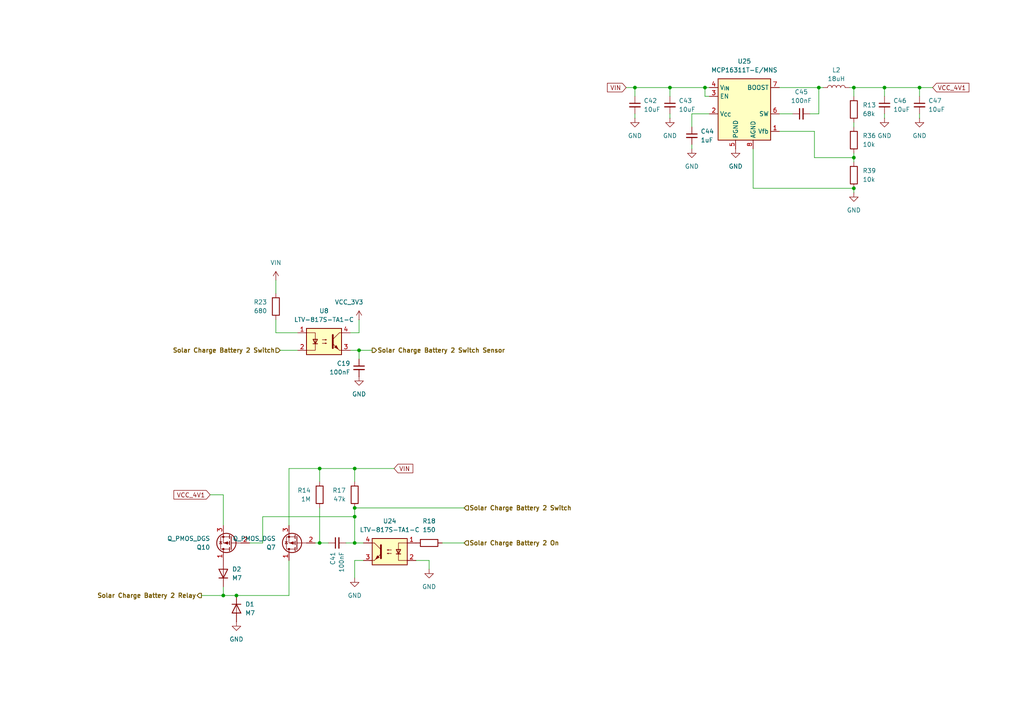
<source format=kicad_sch>
(kicad_sch (version 20250114) (generator "eeschema") (generator_version "9.0")
  (paper "A4")
  (title_block (title "Solar Charge Management") (date "2025-09-04") (rev "1.0"))
  (lib_symbols
    (symbol "Device:C_Small" (pin_numbers (hide yes)) (pin_names (offset 0.254) (hide yes))
      (property "Reference" "C" (at 0.254 1.778 0))
      (property "Value" "C_Small" (at 0.254 -2.032 0))
      (symbol "C_Small_0_1"
        (polyline (pts (xy -1.524 0.508) (xy 1.524 0.508)) (stroke (width 0.3048)))
        (polyline (pts (xy -1.524 -0.508) (xy 1.524 -0.508)) (stroke (width 0.3302)))
      )
      (symbol "C_Small_1_1"
        (pin passive line (at 0 2.54 270) (length 2.032) (name "~") (number "1"))
        (pin passive line (at 0 -2.54 90) (length 2.032) (name "~") (number "2"))
      )
    )
    (symbol "Device:L" (pin_numbers (hide yes)) (pin_names (offset 1.016) (hide yes))
      (property "Reference" "L" (at -1.27 0 90))
      (property "Value" "L" (at 1.905 0 90))
      (symbol "L_0_1"
        (arc (start 0 2.54) (mid 0.6323 1.905) (end 0 1.27))
        (arc (start 0 1.27) (mid 0.6323 0.635) (end 0 0))
        (arc (start 0 0) (mid 0.6323 -0.635) (end 0 -1.27))
        (arc (start 0 -1.27) (mid 0.6323 -1.905) (end 0 -2.54))
      )
      (symbol "L_1_1"
        (pin passive line (at 0 3.81 270) (length 1.27) (name "1") (number "1"))
        (pin passive line (at 0 -3.81 90) (length 1.27) (name "2") (number "2"))
      )
    )
    (symbol "Device:R" (pin_numbers (hide yes)) (pin_names (offset 0))
      (property "Reference" "R" (at 2.032 0 90))
      (property "Value" "R" (at 0 0 90))
      (symbol "R_0_1"
        (rectangle (start -1.016 -2.54) (end 1.016 2.54) (stroke (width 0.254)))
      )
      (symbol "R_1_1"
        (pin passive line (at 0 3.81 270) (length 1.27) (name "~") (number "1"))
        (pin passive line (at 0 -3.81 90) (length 1.27) (name "~") (number "2"))
      )
    )
    (symbol "Diode:1N4001" (pin_numbers (hide yes)) (pin_names (hide yes))
      (property "Reference" "D" (at 0 2.54 0))
      (property "Value" "1N4001" (at 0 -2.54 0))
      (symbol "1N4001_0_1"
        (polyline (pts (xy -1.27 1.27) (xy -1.27 -1.27)) (stroke (width 0.254)))
        (polyline (pts (xy 1.27 1.27) (xy 1.27 -1.27) (xy -1.27 0) (xy 1.27 1.27)) (stroke (width 0.254)))
        (polyline (pts (xy 1.27 0) (xy -1.27 0)))
      )
      (symbol "1N4001_1_1"
        (pin passive line (at -3.81 0 0) (length 2.54) (name "K") (number "1"))
        (pin passive line (at 3.81 0 180) (length 2.54) (name "A") (number "2"))
      )
    )
    (symbol "Isolator:LTV-357T" (pin_names (offset 1.016))
      (property "Reference" "U" (at -5.334 4.826 0))
      (property "Value" "LTV-357T" (at 0 5.08 0))
      (symbol "LTV-357T_0_1"
        (rectangle (start -5.08 3.81) (end 5.08 -3.81) (stroke (width 0.254)) (fill (type background)))
        (polyline (pts (xy -5.08 2.54) (xy -2.54 2.54) (xy -2.54 -0.762)))
        (polyline (pts (xy -3.175 -0.635) (xy -1.905 -0.635)) (stroke (width 0.254)))
        (polyline (pts (xy -2.54 -0.635) (xy -2.54 -2.54) (xy -5.08 -2.54)))
        (polyline (pts (xy -2.54 -0.635) (xy -3.175 0.635) (xy -1.905 0.635) (xy -2.54 -0.635)) (stroke (width 0.254)))
        (polyline (pts (xy -0.508 0.508) (xy 0.762 0.508) (xy 0.381 0.381) (xy 0.381 0.635) (xy 0.762 0.508)))
        (polyline (pts (xy -0.508 -0.508) (xy 0.762 -0.508) (xy 0.381 -0.635) (xy 0.381 -0.381) (xy 0.762 -0.508)))
        (polyline (pts (xy 2.54 1.905) (xy 2.54 -1.905)) (stroke (width 0.508)))
        (polyline (pts (xy 2.54 0.635) (xy 4.445 2.54)))
        (polyline (pts (xy 3.048 -1.651) (xy 3.556 -1.143) (xy 4.064 -2.159) (xy 3.048 -1.651)) (fill (type outline)))
        (polyline (pts (xy 4.445 2.54) (xy 5.08 2.54)))
        (polyline (pts (xy 4.445 -2.54) (xy 2.54 -0.635)) (fill (type outline)))
        (polyline (pts (xy 4.445 -2.54) (xy 5.08 -2.54)))
      )
      (symbol "LTV-357T_1_1"
        (pin passive line (at -7.62 2.54 0) (length 2.54) (name "~") (number "1"))
        (pin passive line (at -7.62 -2.54 0) (length 2.54) (name "~") (number "2"))
        (pin passive line (at 7.62 2.54 180) (length 2.54) (name "~") (number "4"))
        (pin passive line (at 7.62 -2.54 180) (length 2.54) (name "~") (number "3"))
      )
    )
    (symbol "Transistor_FET:Q_PMOS_DGS" (pin_names (offset 0) (hide yes))
      (property "Reference" "Q" (at 5.08 1.905 0))
      (property "Value" "Q_PMOS_DGS" (at 5.08 0 0))
      (symbol "Q_PMOS_DGS_0_1"
        (polyline (pts (xy 0.254 1.905) (xy 0.254 -1.905)) (stroke (width 0.254)))
        (polyline (pts (xy 0.254 0) (xy -2.54 0)))
        (polyline (pts (xy 0.762 2.286) (xy 0.762 1.27)) (stroke (width 0.254)))
        (polyline (pts (xy 0.762 1.778) (xy 3.302 1.778) (xy 3.302 -1.778) (xy 0.762 -1.778)))
        (polyline (pts (xy 0.762 0.508) (xy 0.762 -0.508)) (stroke (width 0.254)))
        (polyline (pts (xy 0.762 -1.27) (xy 0.762 -2.286)) (stroke (width 0.254)))
        (circle (center 1.651 0) (radius 2.794) (stroke (width 0.254)))
        (polyline (pts (xy 2.286 0) (xy 1.27 0.381) (xy 1.27 -0.381) (xy 2.286 0)) (fill (type outline)))
        (polyline (pts (xy 2.54 2.54) (xy 2.54 1.778)))
        (circle (center 2.54 1.778) (radius 0.254) (fill (type outline)))
        (circle (center 2.54 -1.778) (radius 0.254) (fill (type outline)))
        (polyline (pts (xy 2.54 -2.54) (xy 2.54 0) (xy 0.762 0)))
        (polyline (pts (xy 2.921 -0.381) (xy 3.683 -0.381)))
        (polyline (pts (xy 3.302 -0.381) (xy 2.921 0.254) (xy 3.683 0.254) (xy 3.302 -0.381)))
      )
      (symbol "Q_PMOS_DGS_1_1"
        (pin input line (at -5.08 0 0) (length 2.54) (name "G") (number "2"))
        (pin passive line (at 2.54 5.08 270) (length 2.54) (name "D") (number "1"))
        (pin passive line (at 2.54 -5.08 90) (length 2.54) (name "S") (number "3"))
      )
    )
    (symbol "camper_van:C_SMD_Ceramic_0402" (pin_numbers (hide yes)) (pin_names (offset 0.254) (hide yes))
      (property "Reference" "C33" (at 2.54 1.2638 0))
      (property "Value" "100nF" (at 2.54 -1.2762 0))
      (symbol "C_SMD_Ceramic_0402_0_1"
        (polyline (pts (xy -1.524 0.508) (xy 1.524 0.508)) (stroke (width 0.3048)))
        (polyline (pts (xy -1.524 -0.508) (xy 1.524 -0.508)) (stroke (width 0.3302)))
      )
      (symbol "C_SMD_Ceramic_0402_1_1"
        (pin passive line (at 0 2.54 270) (length 2.032) (name "~") (number "1"))
        (pin passive line (at 0 -2.54 90) (length 2.032) (name "~") (number "2"))
      )
    )
    (symbol "camper_van:C_SMD_Ceramic_0805" (pin_numbers (hide yes)) (pin_names (offset 0.254) (hide yes))
      (property "Reference" "C33" (at 2.54 1.2638 0))
      (property "Value" "10uF" (at 2.54 -1.2762 0))
      (symbol "C_SMD_Ceramic_0805_0_1"
        (polyline (pts (xy -1.524 0.508) (xy 1.524 0.508)) (stroke (width 0.3048)))
        (polyline (pts (xy -1.524 -0.508) (xy 1.524 -0.508)) (stroke (width 0.3302)))
      )
      (symbol "C_SMD_Ceramic_0805_1_1"
        (pin passive line (at 0 2.54 270) (length 2.032) (name "~") (number "1"))
        (pin passive line (at 0 -2.54 90) (length 2.032) (name "~") (number "2"))
      )
    )
    (symbol "camper_van:MCP16311x-xMNY"
      (property "Reference" "U1" (at 0 12.7 0))
      (property "Value" "MCP16311x-xMNY" (at 0 10.16 0))
      (symbol "MCP16311x-xMNY_0_1"
        (rectangle (start -7.62 7.62) (end 7.62 -10.16) (stroke (width 0.254)) (fill (type background)))
      )
      (symbol "MCP16311x-xMNY_1_1"
        (pin power_in line (at -10.16 5.08 0) (length 2.54) (name "V_{IN}") (number "4"))
        (pin input line (at -10.16 2.54 0) (length 2.54) (name "EN") (number "3"))
        (pin passive line (at -10.16 -2.54 0) (length 2.54) (name "V_{CC}") (number "2"))
        (pin power_in line (at -2.54 -12.7 90) (length 2.54) (name "PGND") (number "5"))
        (pin power_in line (at 2.54 -12.7 90) (length 2.54) (name "AGND") (number "8"))
        (pin output line (at 10.16 5.08 180) (length 2.54) (name "BOOST") (number "7"))
        (pin power_out line (at 10.16 -2.54 180) (length 2.54) (name "SW") (number "6"))
        (pin input line (at 10.16 -7.62 180) (length 2.54) (name "Vfb") (number "1"))
      )
    )
    (symbol "power:+5V" (power) (pin_numbers (hide yes)) (pin_names (offset 0) (hide yes))
      (property "Value" "+5V" (at 0 3.556 0))
      (symbol "+5V_0_1"
        (polyline (pts (xy -0.762 1.27) (xy 0 2.54)))
        (polyline (pts (xy 0 2.54) (xy 0.762 1.27)))
        (polyline (pts (xy 0 0) (xy 0 2.54)))
      )
      (symbol "+5V_1_1"
        (pin power_in line (at 0 0 90) (length 0) (name "~") (number "1"))
      )
    )
    (symbol "power:GND" (power) (pin_numbers (hide yes)) (pin_names (offset 0) (hide yes))
      (property "Value" "GND" (at 0 -3.81 0))
      (symbol "GND_0_1"
        (polyline (pts (xy 0 0) (xy 0 -1.27) (xy 1.27 -1.27) (xy 0 -2.54) (xy -1.27 -1.27) (xy 0 -1.27)))
      )
      (symbol "GND_1_1"
        (pin power_in line (at 0 0 270) (length 0) (name "~") (number "1"))
      )
    )
    (symbol "power:VDD" (power) (pin_numbers (hide yes)) (pin_names (offset 0) (hide yes))
      (property "Value" "VDD" (at 0 3.556 0))
      (symbol "VDD_0_1"
        (polyline (pts (xy -0.762 1.27) (xy 0 2.54)))
        (polyline (pts (xy 0 2.54) (xy 0.762 1.27)))
        (polyline (pts (xy 0 0) (xy 0 2.54)))
      )
      (symbol "VDD_1_1"
        (pin power_in line (at 0 0 90) (length 0) (name "~") (number "1"))
      )
    )
  )
  (junction (at 266.7 25.4))
  (junction (at 194.31 25.4))
  (junction (at 92.71 157.48))
  (junction (at 92.71 135.89))
  (junction (at 184.15 25.4))
  (junction (at 256.54 25.4))
  (junction (at 104.14 101.6))
  (junction (at 102.87 157.48))
  (junction (at 204.47 25.4))
  (junction (at 247.65 54.61))
  (junction (at 68.58 172.72))
  (junction (at 102.87 149.86))
  (junction (at 237.49 25.4))
  (junction (at 102.87 135.89))
  (junction (at 64.77 172.72))
  (junction (at 102.87 147.32))
  (junction (at 247.65 45.72))
  (junction (at 247.65 25.4))
  (wire (pts (xy 80.01 92.71) (xy 80.01 96.52)))
  (wire (pts (xy 205.74 27.94) (xy 204.47 27.94)))
  (wire (pts (xy 247.65 54.61) (xy 247.65 55.88)))
  (wire (pts (xy 104.14 96.52) (xy 101.6 96.52)))
  (wire (pts (xy 83.82 135.89) (xy 83.82 152.4)))
  (wire (pts (xy 102.87 162.56) (xy 105.41 162.56)))
  (wire (pts (xy 102.87 147.32) (xy 134.62 147.32)))
  (wire (pts (xy 184.15 25.4) (xy 184.15 27.94)))
  (wire (pts (xy 104.14 101.6) (xy 107.95 101.6)))
  (wire (pts (xy 102.87 149.86) (xy 102.87 157.48)))
  (wire (pts (xy 100.33 157.48) (xy 102.87 157.48)))
  (wire (pts (xy 266.7 33.02) (xy 266.7 34.29)))
  (wire (pts (xy 218.44 43.18) (xy 218.44 54.61)))
  (wire (pts (xy 247.65 45.72) (xy 247.65 46.99)))
  (wire (pts (xy 247.65 25.4) (xy 256.54 25.4)))
  (wire (pts (xy 247.65 35.56) (xy 247.65 36.83)))
  (wire (pts (xy 194.31 25.4) (xy 194.31 27.94)))
  (wire (pts (xy 226.06 33.02) (xy 229.87 33.02)))
  (wire (pts (xy 128.27 157.48) (xy 134.62 157.48)))
  (wire (pts (xy 68.58 172.72) (xy 64.77 172.72)))
  (wire (pts (xy 194.31 25.4) (xy 184.15 25.4)))
  (wire (pts (xy 102.87 135.89) (xy 92.71 135.89)))
  (wire (pts (xy 92.71 147.32) (xy 92.71 157.48)))
  (wire (pts (xy 204.47 27.94) (xy 204.47 25.4)))
  (wire (pts (xy 205.74 25.4) (xy 204.47 25.4)))
  (wire (pts (xy 218.44 54.61) (xy 247.65 54.61)))
  (wire (pts (xy 236.22 45.72) (xy 247.65 45.72)))
  (wire (pts (xy 102.87 147.32) (xy 102.87 149.86)))
  (wire (pts (xy 226.06 38.1) (xy 236.22 38.1)))
  (wire (pts (xy 256.54 27.94) (xy 256.54 25.4)))
  (wire (pts (xy 184.15 33.02) (xy 184.15 34.29)))
  (wire (pts (xy 124.46 162.56) (xy 120.65 162.56)))
  (wire (pts (xy 104.14 104.14) (xy 104.14 101.6)))
  (wire (pts (xy 83.82 162.56) (xy 83.82 172.72)))
  (wire (pts (xy 83.82 172.72) (xy 68.58 172.72)))
  (wire (pts (xy 194.31 33.02) (xy 194.31 34.29)))
  (wire (pts (xy 80.01 81.28) (xy 80.01 85.09)))
  (wire (pts (xy 58.42 172.72) (xy 64.77 172.72)))
  (wire (pts (xy 81.28 101.6) (xy 86.36 101.6)))
  (wire (pts (xy 92.71 135.89) (xy 83.82 135.89)))
  (wire (pts (xy 256.54 33.02) (xy 256.54 34.29)))
  (wire (pts (xy 102.87 162.56) (xy 102.87 167.64)))
  (wire (pts (xy 92.71 157.48) (xy 95.25 157.48)))
  (wire (pts (xy 247.65 44.45) (xy 247.65 45.72)))
  (wire (pts (xy 247.65 27.94) (xy 247.65 25.4)))
  (wire (pts (xy 256.54 25.4) (xy 266.7 25.4)))
  (wire (pts (xy 104.14 101.6) (xy 101.6 101.6)))
  (wire (pts (xy 102.87 149.86) (xy 76.2 149.86)))
  (wire (pts (xy 114.3 135.89) (xy 102.87 135.89)))
  (wire (pts (xy 237.49 33.02) (xy 237.49 25.4)))
  (wire (pts (xy 246.38 25.4) (xy 247.65 25.4)))
  (wire (pts (xy 200.66 33.02) (xy 205.74 33.02)))
  (wire (pts (xy 204.47 25.4) (xy 194.31 25.4)))
  (wire (pts (xy 200.66 41.91) (xy 200.66 43.18)))
  (wire (pts (xy 266.7 25.4) (xy 270.51 25.4)))
  (wire (pts (xy 200.66 36.83) (xy 200.66 33.02)))
  (wire (pts (xy 226.06 25.4) (xy 237.49 25.4)))
  (wire (pts (xy 184.15 25.4) (xy 181.61 25.4)))
  (wire (pts (xy 60.96 143.51) (xy 64.77 143.51)))
  (wire (pts (xy 64.77 172.72) (xy 64.77 170.18)))
  (wire (pts (xy 104.14 92.71) (xy 104.14 96.52)))
  (wire (pts (xy 124.46 165.1) (xy 124.46 162.56)))
  (wire (pts (xy 236.22 38.1) (xy 236.22 45.72)))
  (wire (pts (xy 102.87 135.89) (xy 102.87 139.7)))
  (wire (pts (xy 92.71 135.89) (xy 92.71 139.7)))
  (wire (pts (xy 102.87 157.48) (xy 105.41 157.48)))
  (wire (pts (xy 91.44 157.48) (xy 92.71 157.48)))
  (wire (pts (xy 266.7 27.94) (xy 266.7 25.4)))
  (wire (pts (xy 234.95 33.02) (xy 237.49 33.02)))
  (wire (pts (xy 76.2 157.48) (xy 72.39 157.48)))
  (wire (pts (xy 80.01 96.52) (xy 86.36 96.52)))
  (wire (pts (xy 64.77 143.51) (xy 64.77 152.4)))
  (wire (pts (xy 238.76 25.4) (xy 237.49 25.4)))
  (wire (pts (xy 76.2 149.86) (xy 76.2 157.48)))
  (global_label "VIN" (shape input) (at 181.61 25.4 180) (property "Intersheetrefs" "${INTERSHEET_REFS}" (effects (hide yes))))
  (global_label "VIN" (shape input) (at 114.3 135.89 0) (property "Intersheetrefs" "${INTERSHEET_REFS}" (effects (hide yes))))
  (global_label "VCC_4V1" (shape input) (at 60.96 143.51 180) (property "Intersheetrefs" "${INTERSHEET_REFS}" (effects (hide yes))))
  (global_label "VCC_4V1" (shape input) (at 270.51 25.4 0) (property "Intersheetrefs" "${INTERSHEET_REFS}" (effects (hide yes))))
  (hierarchical_label "Solar Charge Battery 2 Relay" (shape output) (at 58.42 172.72 180) (effects (font (thickness 0.254) (bold yes))))
  (hierarchical_label "Solar Charge Battery 2 Switch" (shape input) (at 81.28 101.6 180) (effects (font (thickness 0.254) (bold yes))))
  (hierarchical_label "Solar Charge Battery 2 Switch Sensor" (shape output) (at 107.95 101.6 0) (effects (font (thickness 0.254) (bold yes))))
  (hierarchical_label "Solar Charge Battery 2 On" (shape input) (at 134.62 157.48 0) (effects (font (thickness 0.254) (bold yes))))
  (hierarchical_label "Solar Charge Battery 2 Switch" (shape input) (at 134.62 147.32 0) (effects (font (thickness 0.254) (bold yes))))
  (symbol (lib_id "power:GND") (at 68.58 180.34 0) (mirror y) (unit 1)
    (property "Reference" "#PWR019" (effects (hide yes)))
    (property "Value" "GND" (at 68.58 185.42 0))
    (property "Description" "Power symbol creates a global label with name \"GND\" , ground" (effects (hide yes)))
  )
  (symbol (lib_id "camper_van:C_SMD_Ceramic_0805") (at 256.54 30.48 0) (unit 1)
    (property "Reference" "C46" (at 259.08 29.2162 0) (effects (justify left)))
    (property "Value" "10uF" (at 259.08 31.7562 0) (effects (justify left)))
    (property "Footprint" "Capacitor_SMD:C_1206_3216Metric" (effects (hide yes)))
    (property "Description" "Ceramic SMD capacitor, small symbol" (effects (hide yes)))
    (property "LCSC PN" "C13585" (effects (hide yes)))
    (property "Extended" "B" (effects (hide yes)))
  )
  (symbol (lib_id "Diode:1N4001") (at 64.77 166.37 90) (unit 1)
    (property "Reference" "D2" (at 67.31 165.0999 90) (effects (justify right)))
    (property "Value" "M7" (at 67.31 167.6399 90) (effects (justify right)))
    (property "Footprint" "Diode_SMD:D_SMA" (effects (hide yes)))
    (property "Datasheet" "http://www.vishay.com/docs/88503/1n4001.pdf" (effects (hide yes)))
    (property "Description" "50V 1A General Purpose Rectifier Diode, DO-41" (effects (hide yes)))
    (property "Sim.Device" "D" (effects (hide yes)))
    (property "Sim.Pins" "1=K 2=A" (effects (hide yes)))
    (property "LCSC PN" "C95872" (effects (hide yes)))
    (property "Extended" "B" (effects (hide yes)))
  )
  (symbol (lib_id "Device:R") (at 247.65 31.75 0) (unit 1)
    (property "Reference" "R13" (at 250.19 30.4799 0) (effects (justify left)))
    (property "Value" "68k" (at 250.19 33.0199 0) (effects (justify left)))
    (property "Footprint" "Resistor_SMD:R_0603_1608Metric" (effects (hide yes)))
    (property "Description" "Resistor" (effects (hide yes)))
  )
  (symbol (lib_id "power:GND") (at 184.15 34.29 0) (unit 1)
    (property "Reference" "#PWR073" (effects (hide yes)))
    (property "Value" "GND" (at 184.15 39.37 0))
    (property "Description" "Power symbol creates a global label with name \"GND\" , ground" (effects (hide yes)))
  )
  (symbol (lib_id "Transistor_FET:Q_PMOS_DGS") (at 86.36 157.48 180) (unit 1)
    (property "Reference" "Q7" (at 80.01 158.7501 0) (effects (justify left)))
    (property "Value" "Q_PMOS_DGS" (at 80.01 156.2101 0) (effects (justify left)))
    (property "Footprint" "Package_TO_SOT_SMD:SOT-23" (effects (hide yes)))
    (property "Description" "P-MOSFET transistor, drain/gate/source" (effects (hide yes)))
  )
  (symbol (lib_id "Isolator:LTV-357T") (at 93.98 99.06 0) (unit 1)
    (property "Reference" "U8" (at 93.98 90.17 0))
    (property "Value" "LTV-817S-TA1-C" (at 93.98 92.71 0))
    (property "Footprint" "Package_SO:SO-4_4.4x3.6mm_P2.54mm" (effects (hide yes)))
    (property "Datasheet" "https://www.buerklin.com/medias/sys_master/download/download/h91/ha0/8892020588574.pdf" (effects (hide yes)))
    (property "Description" "DC Optocoupler, Vce 35V, CTR 50%, SO-4" (effects (hide yes)))
    (property "LCSC PN" "C109227" (effects (hide yes)))
    (property "Extended" "B" (effects (hide yes)))
  )
  (symbol (lib_id "camper_van:C_SMD_Ceramic_0805") (at 194.31 30.48 0) (unit 1)
    (property "Reference" "C43" (at 196.85 29.2162 0) (effects (justify left)))
    (property "Value" "10uF" (at 196.85 31.7562 0) (effects (justify left)))
    (property "Footprint" "Capacitor_SMD:C_1206_3216Metric" (effects (hide yes)))
    (property "Description" "Ceramic SMD capacitor, small symbol" (effects (hide yes)))
    (property "LCSC PN" "C13585" (effects (hide yes)))
    (property "Extended" "B" (effects (hide yes)))
  )
  (symbol (lib_id "Device:C_Small") (at 200.66 39.37 0) (unit 1)
    (property "Reference" "C44" (at 203.2 38.1062 0) (effects (justify left)))
    (property "Value" "1uF" (at 203.2 40.6462 0) (effects (justify left)))
    (property "Footprint" "Capacitor_SMD:C_0805_2012Metric" (effects (hide yes)))
    (property "Description" "Unpolarized capacitor, small symbol" (effects (hide yes)))
    (property "LCSC PN" "C28323" (effects (hide yes)))
    (property "Extended" "B" (effects (hide yes)))
  )
  (symbol (lib_id "power:GND") (at 256.54 34.29 0) (unit 1)
    (property "Reference" "#PWR0114" (effects (hide yes)))
    (property "Value" "GND" (at 256.54 39.37 0))
    (property "Description" "Power symbol creates a global label with name \"GND\" , ground" (effects (hide yes)))
  )
  (symbol (lib_id "camper_van:MCP16311x-xMNY") (at 215.9 30.48 0) (unit 1)
    (property "Reference" "U25" (at 215.9 17.78 0))
    (property "Value" "MCP16311T-E/MNS" (at 215.9 20.32 0))
    (property "Footprint" "Package_SO:MSOP-8_3x3mm_P0.65mm" (effects (hide yes)))
    (property "Datasheet" "https://ww1.microchip.com/downloads/en/DeviceDoc/MCP16311-Family-Data-Sheet-DS20005255C.pdf" (effects (hide yes)))
    (property "Description" "1A Output Voltage, 30V Input, integrated switch step-down regulator, PFM/PWM modulation, DFN-8" (effects (hide yes)))
    (property "LCSC PN" "C627024" (effects (hide yes)))
    (property "Extended" "E" (effects (hide yes)))
  )
  (symbol (lib_id "power:GND") (at 124.46 165.1 0) (mirror y) (unit 1)
    (property "Reference" "#PWR072" (effects (hide yes)))
    (property "Value" "GND" (at 124.46 170.18 0))
    (property "Description" "Power symbol creates a global label with name \"GND\" , ground" (effects (hide yes)))
  )
  (symbol (lib_id "Diode:1N4001") (at 68.58 176.53 270) (unit 1)
    (property "Reference" "D1" (at 71.12 175.2599 90) (effects (justify left)))
    (property "Value" "M7" (at 71.12 177.7999 90) (effects (justify left)))
    (property "Footprint" "Diode_SMD:D_SMA" (effects (hide yes)))
    (property "Datasheet" "http://www.vishay.com/docs/88503/1n4001.pdf" (effects (hide yes)))
    (property "Description" "50V 1A General Purpose Rectifier Diode, DO-41" (effects (hide yes)))
    (property "Sim.Device" "D" (effects (hide yes)))
    (property "Sim.Pins" "1=K 2=A" (effects (hide yes)))
    (property "LCSC PN" "C95872" (effects (hide yes)))
    (property "Extended" "B" (effects (hide yes)))
  )
  (symbol (lib_id "power:GND") (at 194.31 34.29 0) (unit 1)
    (property "Reference" "#PWR0108" (effects (hide yes)))
    (property "Value" "GND" (at 194.31 39.37 0))
    (property "Description" "Power symbol creates a global label with name \"GND\" , ground" (effects (hide yes)))
  )
  (symbol (lib_id "camper_van:C_SMD_Ceramic_0805") (at 184.15 30.48 0) (unit 1)
    (property "Reference" "C42" (at 186.69 29.2162 0) (effects (justify left)))
    (property "Value" "10uF" (at 186.69 31.7562 0) (effects (justify left)))
    (property "Footprint" "Capacitor_SMD:C_1206_3216Metric" (effects (hide yes)))
    (property "Description" "Ceramic SMD capacitor, small symbol" (effects (hide yes)))
    (property "LCSC PN" "C13585" (effects (hide yes)))
    (property "Extended" "B" (effects (hide yes)))
  )
  (symbol (lib_id "Device:R") (at 124.46 157.48 270) (mirror x) (unit 1)
    (property "Reference" "R18" (at 124.46 151.13 90))
    (property "Value" "150" (at 124.46 153.67 90))
    (property "Footprint" "Resistor_SMD:R_0805_2012Metric" (effects (hide yes)))
    (property "Description" "Resistor" (effects (hide yes)))
    (property "LCSC PN" "C17471" (effects (hide yes)))
    (property "Extended" "B" (effects (hide yes)))
  )
  (symbol (lib_id "Device:R") (at 80.01 88.9 0) (unit 1)
    (property "Reference" "R23" (at 77.47 87.6299 0) (effects (justify right)))
    (property "Value" "680" (at 77.47 90.1699 0) (effects (justify right)))
    (property "Footprint" "Resistor_SMD:R_0805_2012Metric" (effects (hide yes)))
    (property "Description" "Resistor" (effects (hide yes)))
    (property "LCSC PN" "C17798" (effects (hide yes)))
    (property "Extended" "B" (effects (hide yes)))
  )
  (symbol (lib_id "power:GND") (at 200.66 43.18 0) (unit 1)
    (property "Reference" "#PWR0109" (effects (hide yes)))
    (property "Value" "GND" (at 200.66 48.26 0))
    (property "Description" "Power symbol creates a global label with name \"GND\" , ground" (effects (hide yes)))
  )
  (symbol (lib_id "power:GND") (at 104.14 109.22 0) (mirror y) (unit 1)
    (property "Reference" "#PWR094" (effects (hide yes)))
    (property "Value" "GND" (at 104.14 114.3 0))
    (property "Description" "Power symbol creates a global label with name \"GND\" , ground" (effects (hide yes)))
  )
  (symbol (lib_id "Device:R") (at 92.71 143.51 0) (mirror y) (unit 1)
    (property "Reference" "R14" (at 90.17 142.2399 0) (effects (justify left)))
    (property "Value" "1M" (at 90.17 144.7799 0) (effects (justify left)))
    (property "Footprint" "Resistor_SMD:R_0805_2012Metric" (effects (hide yes)))
    (property "Description" "Resistor" (effects (hide yes)))
    (property "LCSC PN" "C17514" (effects (hide yes)))
    (property "Extended" "B" (effects (hide yes)))
  )
  (symbol (lib_id "power:GND") (at 102.87 167.64 0) (mirror y) (unit 1)
    (property "Reference" "#PWR021" (effects (hide yes)))
    (property "Value" "GND" (at 102.87 172.72 0))
    (property "Description" "Power symbol creates a global label with name \"GND\" , ground" (effects (hide yes)))
  )
  (symbol (lib_id "Isolator:LTV-357T") (at 113.03 160.02 0) (mirror y) (unit 1)
    (property "Reference" "U24" (at 113.03 151.13 0))
    (property "Value" "LTV-817S-TA1-C" (at 113.03 153.67 0))
    (property "Footprint" "Package_SO:SO-4_4.4x3.6mm_P2.54mm" (effects (hide yes)))
    (property "Datasheet" "https://www.buerklin.com/medias/sys_master/download/download/h91/ha0/8892020588574.pdf" (effects (hide yes)))
    (property "Description" "DC Optocoupler, Vce 35V, CTR 50%, SO-4" (effects (hide yes)))
    (property "LCSC PN" "C109227" (effects (hide yes)))
    (property "Extended" "B" (effects (hide yes)))
  )
  (symbol (lib_id "Device:R") (at 247.65 50.8 0) (unit 1)
    (property "Reference" "R39" (at 250.19 49.5299 0) (effects (justify left)))
    (property "Value" "10k" (at 250.19 52.0699 0) (effects (justify left)))
    (property "Footprint" "Resistor_SMD:R_0603_1608Metric" (effects (hide yes)))
    (property "Description" "Resistor" (effects (hide yes)))
    (property "LCSC PN" "C25804" (effects (hide yes)))
    (property "Extended" "B" (effects (hide yes)))
  )
  (symbol (lib_id "Transistor_FET:Q_PMOS_DGS") (at 67.31 157.48 180) (unit 1)
    (property "Reference" "Q10" (at 60.96 158.7501 0) (effects (justify left)))
    (property "Value" "Q_PMOS_DGS" (at 60.96 156.2101 0) (effects (justify left)))
    (property "Footprint" "Package_TO_SOT_SMD:SOT-23" (effects (hide yes)))
    (property "Description" "P-MOSFET transistor, drain/gate/source" (effects (hide yes)))
  )
  (symbol (lib_id "Device:C_Small") (at 104.14 106.68 0) (mirror y) (unit 1)
    (property "Reference" "C19" (at 101.6 105.4162 0) (effects (justify left)))
    (property "Value" "100nF" (at 101.6 107.9562 0) (effects (justify left)))
    (property "Footprint" "Capacitor_SMD:C_0805_2012Metric" (effects (hide yes)))
    (property "Description" "Unpolarized capacitor, small symbol" (effects (hide yes)))
    (property "LCSC PN" "C28233" (effects (hide yes)))
    (property "Extended" "B" (effects (hide yes)))
  )
  (symbol (lib_id "camper_van:C_SMD_Ceramic_0805") (at 266.7 30.48 0) (unit 1)
    (property "Reference" "C47" (at 269.24 29.2162 0) (effects (justify left)))
    (property "Value" "10uF" (at 269.24 31.7562 0) (effects (justify left)))
    (property "Footprint" "Capacitor_SMD:C_1206_3216Metric" (effects (hide yes)))
    (property "Description" "Ceramic SMD capacitor, small symbol" (effects (hide yes)))
    (property "LCSC PN" "C13585" (effects (hide yes)))
    (property "Extended" "B" (effects (hide yes)))
  )
  (symbol (lib_id "power:GND") (at 213.36 43.18 0) (unit 1)
    (property "Reference" "#PWR0112" (effects (hide yes)))
    (property "Value" "GND" (at 213.36 48.26 0))
    (property "Description" "Power symbol creates a global label with name \"GND\" , ground" (effects (hide yes)))
  )
  (symbol (lib_id "Device:R") (at 102.87 143.51 0) (mirror y) (unit 1)
    (property "Reference" "R17" (at 100.33 142.2399 0) (effects (justify left)))
    (property "Value" "47k" (at 100.33 144.7799 0) (effects (justify left)))
    (property "Footprint" "Resistor_SMD:R_0805_2012Metric" (effects (hide yes)))
    (property "Description" "Resistor" (effects (hide yes)))
    (property "LCSC PN" "C17520" (effects (hide yes)))
    (property "Extended" "B" (effects (hide yes)))
  )
  (symbol (lib_id "power:+5V") (at 104.14 92.71 0) (mirror y) (unit 1)
    (property "Reference" "#PWR093" (effects (hide yes)))
    (property "Value" "VCC_3V3" (at 105.41 87.63 0) (effects (justify left)))
    (property "Description" "Power symbol creates a global label with name \"+5V\"" (effects (hide yes)))
  )
  (symbol (lib_id "Device:C_Small") (at 97.79 157.48 90) (mirror x) (unit 1)
    (property "Reference" "C41" (at 96.5262 160.02 0) (effects (justify left)))
    (property "Value" "100nF" (at 99.0662 160.02 0) (effects (justify left)))
    (property "Footprint" "Capacitor_SMD:C_0805_2012Metric" (effects (hide yes)))
    (property "Description" "Unpolarized capacitor, small symbol" (effects (hide yes)))
    (property "LCSC PN" "C28233" (effects (hide yes)))
    (property "Extended" "B" (effects (hide yes)))
  )
  (symbol (lib_id "power:GND") (at 266.7 34.29 0) (unit 1)
    (property "Reference" "#PWR0118" (effects (hide yes)))
    (property "Value" "GND" (at 266.7 39.37 0))
    (property "Description" "Power symbol creates a global label with name \"GND\" , ground" (effects (hide yes)))
  )
  (symbol (lib_id "camper_van:C_SMD_Ceramic_0402") (at 232.41 33.02 90) (unit 1)
    (property "Reference" "C45" (at 232.4163 26.67 90))
    (property "Value" "100nF" (at 232.4163 29.21 90))
    (property "Footprint" "Capacitor_SMD:C_0805_2012Metric" (effects (hide yes)))
    (property "Description" "Ceramic SMD capacitor, small symbol" (effects (hide yes)))
    (property "LCSC PN" "C28233" (effects (hide yes)))
    (property "Extended" "B" (effects (hide yes)))
  )
  (symbol (lib_id "power:VDD") (at 80.01 81.28 0) (unit 1)
    (property "Reference" "#PWR037" (effects (hide yes)))
    (property "Value" "VIN" (at 80.01 76.2 0))
    (property "Description" "Power symbol creates a global label with name \"VDD\"" (effects (hide yes)))
  )
  (symbol (lib_id "power:GND") (at 247.65 55.88 0) (unit 1)
    (property "Reference" "#PWR0113" (effects (hide yes)))
    (property "Value" "GND" (at 247.65 60.96 0))
    (property "Description" "Power symbol creates a global label with name \"GND\" , ground" (effects (hide yes)))
  )
  (symbol (lib_id "Device:L") (at 242.57 25.4 90) (unit 1)
    (property "Reference" "L2" (at 242.57 20.32 90))
    (property "Value" "18uH" (at 242.57 22.86 90))
    (property "Footprint" "Inductor_SMD:L_Coilcraft_MSS1038-XXX" (effects (hide yes)))
    (property "Description" "Inductor" (effects (hide yes)))
    (property "Extended" "E" (effects (hide yes)))
    (property "LCSC PN" "C19191679" (effects (hide yes)))
  )
  (symbol (lib_id "Device:R") (at 247.65 40.64 0) (unit 1)
    (property "Reference" "R36" (at 250.19 39.3699 0) (effects (justify left)))
    (property "Value" "10k" (at 250.19 41.9099 0) (effects (justify left)))
    (property "Footprint" "Resistor_SMD:R_0603_1608Metric" (effects (hide yes)))
    (property "Description" "Resistor" (effects (hide yes)))
    (property "LCSC PN" "C25804" (effects (hide yes)))
    (property "Extended" "B" (effects (hide yes)))
  )
)
</source>
